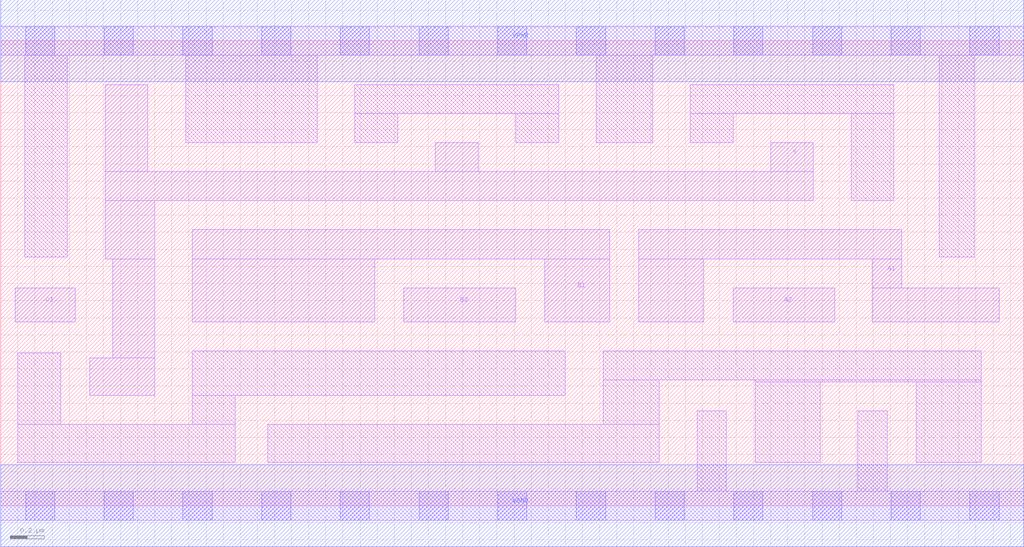
<source format=lef>
# Copyright 2020 The SkyWater PDK Authors
#
# Licensed under the Apache License, Version 2.0 (the "License");
# you may not use this file except in compliance with the License.
# You may obtain a copy of the License at
#
#     https://www.apache.org/licenses/LICENSE-2.0
#
# Unless required by applicable law or agreed to in writing, software
# distributed under the License is distributed on an "AS IS" BASIS,
# WITHOUT WARRANTIES OR CONDITIONS OF ANY KIND, either express or implied.
# See the License for the specific language governing permissions and
# limitations under the License.
#
# SPDX-License-Identifier: Apache-2.0

VERSION 5.7 ;
BUSBITCHARS "[]" ;
DIVIDERCHAR "/" ;
PROPERTYDEFINITIONS
  MACRO maskLayoutSubType STRING ;
  MACRO prCellType STRING ;
  MACRO originalViewName STRING ;
END PROPERTYDEFINITIONS
MACRO sky130_fd_sc_hdll__o221ai_2
  ORIGIN  0.000000  0.000000 ;
  CLASS CORE ;
  SYMMETRY X Y R90 ;
  SIZE  5.980000 BY  2.720000 ;
  SITE unithd ;
  PIN A1
    ANTENNAGATEAREA  0.555000 ;
    DIRECTION INPUT ;
    USE SIGNAL ;
    PORT
      LAYER li1 ;
        RECT 3.730000 1.075000 4.110000 1.445000 ;
        RECT 3.730000 1.445000 5.265000 1.615000 ;
        RECT 5.095000 1.075000 5.835000 1.275000 ;
        RECT 5.095000 1.275000 5.265000 1.445000 ;
    END
  END A1
  PIN A2
    ANTENNAGATEAREA  0.555000 ;
    DIRECTION INPUT ;
    USE SIGNAL ;
    PORT
      LAYER li1 ;
        RECT 4.280000 1.075000 4.875000 1.275000 ;
    END
  END A2
  PIN B1
    ANTENNAGATEAREA  0.555000 ;
    DIRECTION INPUT ;
    USE SIGNAL ;
    PORT
      LAYER li1 ;
        RECT 1.120000 1.075000 2.185000 1.445000 ;
        RECT 1.120000 1.445000 3.560000 1.615000 ;
        RECT 3.180000 1.075000 3.560000 1.445000 ;
    END
  END B1
  PIN B2
    ANTENNAGATEAREA  0.555000 ;
    DIRECTION INPUT ;
    USE SIGNAL ;
    PORT
      LAYER li1 ;
        RECT 2.355000 1.075000 3.010000 1.275000 ;
    END
  END B2
  PIN C1
    ANTENNAGATEAREA  0.555000 ;
    DIRECTION INPUT ;
    USE SIGNAL ;
    PORT
      LAYER li1 ;
        RECT 0.085000 1.075000 0.435000 1.275000 ;
    END
  END C1
  PIN Y
    ANTENNADIFFAREA  1.078000 ;
    DIRECTION OUTPUT ;
    USE SIGNAL ;
    PORT
      LAYER li1 ;
        RECT 0.520000 0.645000 0.900000 0.865000 ;
        RECT 0.610000 1.445000 0.900000 1.785000 ;
        RECT 0.610000 1.785000 4.750000 1.955000 ;
        RECT 0.610000 1.955000 0.860000 2.465000 ;
        RECT 0.655000 0.865000 0.900000 1.445000 ;
        RECT 2.540000 1.955000 2.790000 2.125000 ;
        RECT 4.500000 1.955000 4.750000 2.125000 ;
    END
  END Y
  PIN VGND
    DIRECTION INOUT ;
    USE GROUND ;
    PORT
      LAYER met1 ;
        RECT 0.000000 -0.240000 5.980000 0.240000 ;
    END
  END VGND
  PIN VNB
    DIRECTION INOUT ;
    USE GROUND ;
    PORT
    END
  END VNB
  PIN VPB
    DIRECTION INOUT ;
    USE POWER ;
    PORT
    END
  END VPB
  PIN VPWR
    DIRECTION INOUT ;
    USE POWER ;
    PORT
      LAYER met1 ;
        RECT 0.000000 2.480000 5.980000 2.960000 ;
    END
  END VPWR
  OBS
    LAYER li1 ;
      RECT 0.000000 -0.085000 5.980000 0.085000 ;
      RECT 0.000000  2.635000 5.980000 2.805000 ;
      RECT 0.100000  0.255000 1.370000 0.475000 ;
      RECT 0.100000  0.475000 0.350000 0.895000 ;
      RECT 0.140000  1.455000 0.390000 2.635000 ;
      RECT 1.080000  2.125000 1.850000 2.635000 ;
      RECT 1.120000  0.475000 1.370000 0.645000 ;
      RECT 1.120000  0.645000 3.300000 0.905000 ;
      RECT 1.560000  0.255000 3.850000 0.475000 ;
      RECT 2.070000  2.125000 2.320000 2.295000 ;
      RECT 2.070000  2.295000 3.260000 2.465000 ;
      RECT 3.010000  2.125000 3.260000 2.295000 ;
      RECT 3.480000  2.125000 3.810000 2.635000 ;
      RECT 3.520000  0.475000 3.850000 0.735000 ;
      RECT 3.520000  0.735000 5.730000 0.905000 ;
      RECT 4.030000  2.125000 4.280000 2.295000 ;
      RECT 4.030000  2.295000 5.220000 2.465000 ;
      RECT 4.070000  0.085000 4.240000 0.555000 ;
      RECT 4.410000  0.255000 4.790000 0.725000 ;
      RECT 4.410000  0.725000 5.730000 0.735000 ;
      RECT 4.970000  1.785000 5.220000 2.295000 ;
      RECT 5.010000  0.085000 5.180000 0.555000 ;
      RECT 5.350000  0.255000 5.730000 0.725000 ;
      RECT 5.485000  1.455000 5.690000 2.635000 ;
    LAYER mcon ;
      RECT 0.145000 -0.085000 0.315000 0.085000 ;
      RECT 0.145000  2.635000 0.315000 2.805000 ;
      RECT 0.605000 -0.085000 0.775000 0.085000 ;
      RECT 0.605000  2.635000 0.775000 2.805000 ;
      RECT 1.065000 -0.085000 1.235000 0.085000 ;
      RECT 1.065000  2.635000 1.235000 2.805000 ;
      RECT 1.525000 -0.085000 1.695000 0.085000 ;
      RECT 1.525000  2.635000 1.695000 2.805000 ;
      RECT 1.985000 -0.085000 2.155000 0.085000 ;
      RECT 1.985000  2.635000 2.155000 2.805000 ;
      RECT 2.445000 -0.085000 2.615000 0.085000 ;
      RECT 2.445000  2.635000 2.615000 2.805000 ;
      RECT 2.905000 -0.085000 3.075000 0.085000 ;
      RECT 2.905000  2.635000 3.075000 2.805000 ;
      RECT 3.365000 -0.085000 3.535000 0.085000 ;
      RECT 3.365000  2.635000 3.535000 2.805000 ;
      RECT 3.825000 -0.085000 3.995000 0.085000 ;
      RECT 3.825000  2.635000 3.995000 2.805000 ;
      RECT 4.285000 -0.085000 4.455000 0.085000 ;
      RECT 4.285000  2.635000 4.455000 2.805000 ;
      RECT 4.745000 -0.085000 4.915000 0.085000 ;
      RECT 4.745000  2.635000 4.915000 2.805000 ;
      RECT 5.205000 -0.085000 5.375000 0.085000 ;
      RECT 5.205000  2.635000 5.375000 2.805000 ;
      RECT 5.665000 -0.085000 5.835000 0.085000 ;
      RECT 5.665000  2.635000 5.835000 2.805000 ;
  END
  PROPERTY maskLayoutSubType "abstract" ;
  PROPERTY prCellType "standard" ;
  PROPERTY originalViewName "layout" ;
END sky130_fd_sc_hdll__o221ai_2
END LIBRARY

</source>
